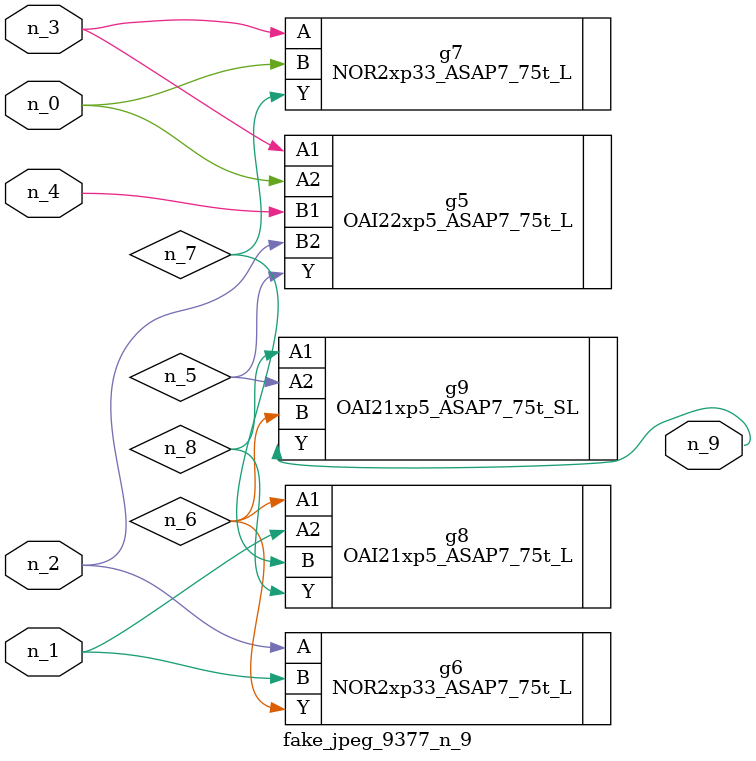
<source format=v>
module fake_jpeg_9377_n_9 (n_3, n_2, n_1, n_0, n_4, n_9);

input n_3;
input n_2;
input n_1;
input n_0;
input n_4;

output n_9;

wire n_8;
wire n_6;
wire n_5;
wire n_7;

OAI22xp5_ASAP7_75t_L g5 ( 
.A1(n_3),
.A2(n_0),
.B1(n_4),
.B2(n_2),
.Y(n_5)
);

NOR2xp33_ASAP7_75t_L g6 ( 
.A(n_2),
.B(n_1),
.Y(n_6)
);

NOR2xp33_ASAP7_75t_L g7 ( 
.A(n_3),
.B(n_0),
.Y(n_7)
);

OAI21xp5_ASAP7_75t_L g8 ( 
.A1(n_6),
.A2(n_1),
.B(n_7),
.Y(n_8)
);

OAI21xp5_ASAP7_75t_SL g9 ( 
.A1(n_8),
.A2(n_5),
.B(n_6),
.Y(n_9)
);


endmodule
</source>
